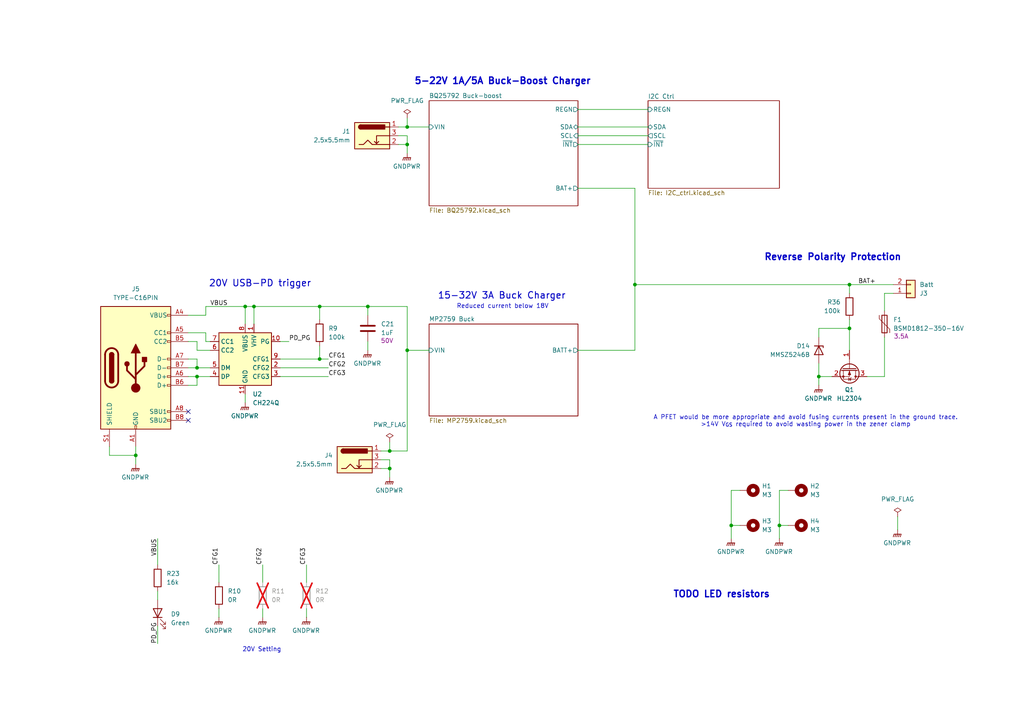
<source format=kicad_sch>
(kicad_sch (version 20250114) (generator "eeschema") (generator_version "9.0")
  (paper "A4")
  (title_block (title "BQ25792 Test Board") (rev "1.0"))
  (lib_symbols
    (symbol "Connector:Barrel_Jack_Switch" (pin_names (hide yes))
      (property "Reference" "J" (at 0 5.334 0))
      (property "Value" "Barrel_Jack_Switch" (at 0 -5.08 0))
      (symbol "Barrel_Jack_Switch_0_1"
        (rectangle (start -5.08 3.81) (end 5.08 -3.81) (stroke (width 0.254)) (fill (type background)))
        (polyline (pts (xy -3.81 -2.54) (xy -2.54 -2.54) (xy -1.27 -1.27) (xy 0 -2.54) (xy 2.54 -2.54) (xy 5.08 -2.54)) (stroke (width 0.254)))
        (arc (start -3.302 1.905) (mid -3.9343 2.54) (end -3.302 3.175) (stroke (width 0.254)))
        (arc (start -3.302 1.905) (mid -3.9343 2.54) (end -3.302 3.175) (stroke (width 0.254)) (fill (type outline)))
        (polyline (pts (xy 1.27 -2.286) (xy 1.905 -1.651)) (stroke (width 0.254)))
        (rectangle (start 3.683 3.175) (end -3.302 1.905) (stroke (width 0.254)) (fill (type outline)))
        (polyline (pts (xy 5.08 2.54) (xy 3.81 2.54)) (stroke (width 0.254)))
        (polyline (pts (xy 5.08 0) (xy 1.27 0) (xy 1.27 -2.286) (xy 0.635 -1.651)) (stroke (width 0.254)))
      )
      (symbol "Barrel_Jack_Switch_1_1"
        (pin passive line (at 7.62 2.54 180) (length 2.54) (name "~") (number "1"))
        (pin passive line (at 7.62 0 180) (length 2.54) (name "~") (number "3"))
        (pin passive line (at 7.62 -2.54 180) (length 2.54) (name "~") (number "2"))
      )
    )
    (symbol "Connector:USB_C_Receptacle_USB2.0_16P" (pin_names (offset 1.016))
      (property "Reference" "J" (at 0 22.225 0))
      (property "Value" "USB_C_Receptacle_USB2.0_16P" (at 0 19.685 0))
      (symbol "USB_C_Receptacle_USB2.0_16P_0_0"
        (rectangle (start -0.254 -17.78) (end 0.254 -16.764))
        (rectangle (start 10.16 15.494) (end 9.144 14.986))
        (rectangle (start 10.16 10.414) (end 9.144 9.906))
        (rectangle (start 10.16 7.874) (end 9.144 7.366))
        (rectangle (start 10.16 2.794) (end 9.144 2.286))
        (rectangle (start 10.16 0.254) (end 9.144 -0.254))
        (rectangle (start 10.16 -2.286) (end 9.144 -2.794))
        (rectangle (start 10.16 -4.826) (end 9.144 -5.334))
        (rectangle (start 10.16 -12.446) (end 9.144 -12.954))
        (rectangle (start 10.16 -14.986) (end 9.144 -15.494))
      )
      (symbol "USB_C_Receptacle_USB2.0_16P_0_1"
        (rectangle (start -10.16 17.78) (end 10.16 -17.78) (stroke (width 0.254)) (fill (type background)))
        (polyline (pts (xy -8.89 -3.81) (xy -8.89 3.81)) (stroke (width 0.508)))
        (rectangle (start -7.62 -3.81) (end -6.35 3.81) (stroke (width 0.254)) (fill (type outline)))
        (arc (start -7.62 3.81) (mid -6.985 4.4423) (end -6.35 3.81) (stroke (width 0.254)))
        (arc (start -7.62 3.81) (mid -6.985 4.4423) (end -6.35 3.81) (stroke (width 0.254)) (fill (type outline)))
        (arc (start -8.89 3.81) (mid -6.985 5.7067) (end -5.08 3.81) (stroke (width 0.508)))
        (arc (start -5.08 -3.81) (mid -6.985 -5.7067) (end -8.89 -3.81) (stroke (width 0.508)))
        (arc (start -6.35 -3.81) (mid -6.985 -4.4423) (end -7.62 -3.81) (stroke (width 0.254)))
        (arc (start -6.35 -3.81) (mid -6.985 -4.4423) (end -7.62 -3.81) (stroke (width 0.254)) (fill (type outline)))
        (polyline (pts (xy -5.08 3.81) (xy -5.08 -3.81)) (stroke (width 0.508)))
        (circle (center -2.54 1.143) (radius 0.635) (stroke (width 0.254)) (fill (type outline)))
        (polyline (pts (xy -1.27 4.318) (xy 0 6.858) (xy 1.27 4.318) (xy -1.27 4.318)) (stroke (width 0.254)) (fill (type outline)))
        (polyline (pts (xy 0 -2.032) (xy 2.54 0.508) (xy 2.54 1.778)) (stroke (width 0.508)))
        (polyline (pts (xy 0 -3.302) (xy -2.54 -0.762) (xy -2.54 0.508)) (stroke (width 0.508)))
        (polyline (pts (xy 0 -5.842) (xy 0 4.318)) (stroke (width 0.508)))
        (circle (center 0 -5.842) (radius 1.27) (fill (type outline)))
        (rectangle (start 1.905 1.778) (end 3.175 3.048) (stroke (width 0.254)) (fill (type outline)))
      )
      (symbol "USB_C_Receptacle_USB2.0_16P_1_1"
        (pin passive line (at -7.62 -22.86 90) (length 5.08) (name "SHIELD") (number "S1"))
        (pin passive line (at 0 -22.86 90) (length 5.08) (name "GND") (number "A1"))
        (pin passive line (at 0 -22.86 90) (length 5.08) (hide yes) (name "GND") (number "A12"))
        (pin passive line (at 0 -22.86 90) (length 5.08) (hide yes) (name "GND") (number "B1"))
        (pin passive line (at 0 -22.86 90) (length 5.08) (hide yes) (name "GND") (number "B12"))
        (pin passive line (at 15.24 15.24 180) (length 5.08) (name "VBUS") (number "A4"))
        (pin passive line (at 15.24 15.24 180) (length 5.08) (hide yes) (name "VBUS") (number "A9"))
        (pin passive line (at 15.24 15.24 180) (length 5.08) (hide yes) (name "VBUS") (number "B4"))
        (pin passive line (at 15.24 15.24 180) (length 5.08) (hide yes) (name "VBUS") (number "B9"))
        (pin bidirectional line (at 15.24 10.16 180) (length 5.08) (name "CC1") (number "A5"))
        (pin bidirectional line (at 15.24 7.62 180) (length 5.08) (name "CC2") (number "B5"))
        (pin bidirectional line (at 15.24 2.54 180) (length 5.08) (name "D-") (number "A7"))
        (pin bidirectional line (at 15.24 0 180) (length 5.08) (name "D-") (number "B7"))
        (pin bidirectional line (at 15.24 -2.54 180) (length 5.08) (name "D+") (number "A6"))
        (pin bidirectional line (at 15.24 -5.08 180) (length 5.08) (name "D+") (number "B6"))
        (pin bidirectional line (at 15.24 -12.7 180) (length 5.08) (name "SBU1") (number "A8"))
        (pin bidirectional line (at 15.24 -15.24 180) (length 5.08) (name "SBU2") (number "B8"))
      )
    )
    (symbol "Connector_Generic:Conn_01x02" (pin_names (offset 1.016) (hide yes))
      (property "Reference" "J" (at 0 2.54 0))
      (property "Value" "Conn_01x02" (at 0 -5.08 0))
      (symbol "Conn_01x02_1_1"
        (rectangle (start -1.27 1.27) (end 1.27 -3.81) (stroke (width 0.254)) (fill (type background)))
        (rectangle (start -1.27 0.127) (end 0 -0.127) (stroke (width 0.1524)))
        (rectangle (start -1.27 -2.413) (end 0 -2.667) (stroke (width 0.1524)))
        (pin passive line (at -5.08 0 0) (length 3.81) (name "Pin_1") (number "1"))
        (pin passive line (at -5.08 -2.54 0) (length 3.81) (name "Pin_2") (number "2"))
      )
    )
    (symbol "Device:C" (pin_numbers (hide yes)) (pin_names (offset 0.254))
      (property "Reference" "C" (at 0.635 2.54 0))
      (property "Value" "C" (at 0.635 -2.54 0))
      (symbol "C_0_1"
        (polyline (pts (xy -2.032 0.762) (xy 2.032 0.762)) (stroke (width 0.508)))
        (polyline (pts (xy -2.032 -0.762) (xy 2.032 -0.762)) (stroke (width 0.508)))
      )
      (symbol "C_1_1"
        (pin passive line (at 0 3.81 270) (length 2.794) (name "~") (number "1"))
        (pin passive line (at 0 -3.81 90) (length 2.794) (name "~") (number "2"))
      )
    )
    (symbol "Device:D_Zener" (pin_numbers (hide yes)) (pin_names (offset 1.016) (hide yes))
      (property "Reference" "D" (at 0 2.54 0))
      (property "Value" "D_Zener" (at 0 -2.54 0))
      (symbol "D_Zener_0_1"
        (polyline (pts (xy -1.27 -1.27) (xy -1.27 1.27) (xy -0.762 1.27)) (stroke (width 0.254)))
        (polyline (pts (xy 1.27 0) (xy -1.27 0)))
        (polyline (pts (xy 1.27 -1.27) (xy 1.27 1.27) (xy -1.27 0) (xy 1.27 -1.27)) (stroke (width 0.254)))
      )
      (symbol "D_Zener_1_1"
        (pin passive line (at -3.81 0 0) (length 2.54) (name "K") (number "1"))
        (pin passive line (at 3.81 0 180) (length 2.54) (name "A") (number "2"))
      )
    )
    (symbol "Device:LED" (pin_numbers (hide yes)) (pin_names (offset 1.016) (hide yes))
      (property "Reference" "D" (at 0 2.54 0))
      (property "Value" "LED" (at 0 -2.54 0))
      (symbol "LED_0_1"
        (polyline (pts (xy -3.048 -0.762) (xy -4.572 -2.286) (xy -3.81 -2.286) (xy -4.572 -2.286) (xy -4.572 -1.524)))
        (polyline (pts (xy -1.778 -0.762) (xy -3.302 -2.286) (xy -2.54 -2.286) (xy -3.302 -2.286) (xy -3.302 -1.524)))
        (polyline (pts (xy -1.27 0) (xy 1.27 0)))
        (polyline (pts (xy -1.27 -1.27) (xy -1.27 1.27)) (stroke (width 0.254)))
        (polyline (pts (xy 1.27 -1.27) (xy 1.27 1.27) (xy -1.27 0) (xy 1.27 -1.27)) (stroke (width 0.254)))
      )
      (symbol "LED_1_1"
        (pin passive line (at -3.81 0 0) (length 2.54) (name "K") (number "1"))
        (pin passive line (at 3.81 0 180) (length 2.54) (name "A") (number "2"))
      )
    )
    (symbol "Device:Polyfuse" (pin_numbers (hide yes)) (pin_names (offset 0))
      (property "Reference" "F" (at -2.54 0 90))
      (property "Value" "Polyfuse" (at 2.54 0 90))
      (symbol "Polyfuse_0_1"
        (polyline (pts (xy -1.524 2.54) (xy -1.524 1.524) (xy 1.524 -1.524) (xy 1.524 -2.54)))
        (rectangle (start -0.762 2.54) (end 0.762 -2.54) (stroke (width 0.254)))
        (polyline (pts (xy 0 2.54) (xy 0 -2.54)))
      )
      (symbol "Polyfuse_1_1"
        (pin passive line (at 0 3.81 270) (length 1.27) (name "~") (number "1"))
        (pin passive line (at 0 -3.81 90) (length 1.27) (name "~") (number "2"))
      )
    )
    (symbol "Device:R" (pin_numbers (hide yes)) (pin_names (offset 0))
      (property "Reference" "R" (at 2.032 0 90))
      (property "Value" "R" (at 0 0 90))
      (symbol "R_0_1"
        (rectangle (start -1.016 -2.54) (end 1.016 2.54) (stroke (width 0.254)))
      )
      (symbol "R_1_1"
        (pin passive line (at 0 3.81 270) (length 1.27) (name "~") (number "1"))
        (pin passive line (at 0 -3.81 90) (length 1.27) (name "~") (number "2"))
      )
    )
    (symbol "Mechanical:MountingHole_Pad" (pin_numbers (hide yes)) (pin_names (offset 1.016) (hide yes)) (in_bom no)
      (property "Reference" "H" (at 0 6.35 0))
      (property "Value" "MountingHole_Pad" (at 0 4.445 0))
      (symbol "MountingHole_Pad_0_1"
        (circle (center 0 1.27) (radius 1.27) (stroke (width 1.27)))
      )
      (symbol "MountingHole_Pad_1_1"
        (pin input line (at 0 -2.54 90) (length 2.54) (name "1") (number "1"))
      )
    )
    (symbol "Transistor_FET_Other:Q_NMOS_Depletion_GSD" (pin_names (offset 0) (hide yes))
      (property "Reference" "Q" (at 5.08 1.905 0))
      (property "Value" "Q_NMOS_Depletion_GSD" (at 5.08 0 0))
      (symbol "Q_NMOS_Depletion_GSD_0_1"
        (polyline (pts (xy 0.254 1.905) (xy 0.254 -1.905)) (stroke (width 0.254)))
        (polyline (pts (xy 0.254 0) (xy -2.54 0)))
        (polyline (pts (xy 0.762 2.286) (xy 0.762 -2.286)) (stroke (width 0.254)))
        (polyline (pts (xy 0.762 -1.778) (xy 3.302 -1.778) (xy 3.302 1.778) (xy 0.762 1.778)))
        (polyline (pts (xy 1.016 0) (xy 2.032 0.381) (xy 2.032 -0.381) (xy 1.016 0)) (fill (type outline)))
        (circle (center 1.651 0) (radius 2.794) (stroke (width 0.254)))
        (polyline (pts (xy 2.54 2.54) (xy 2.54 1.778)))
        (circle (center 2.54 1.778) (radius 0.254) (fill (type outline)))
        (circle (center 2.54 -1.778) (radius 0.254) (fill (type outline)))
        (polyline (pts (xy 2.54 -2.54) (xy 2.54 0) (xy 0.762 0)))
        (polyline (pts (xy 2.794 0.508) (xy 2.921 0.381) (xy 3.683 0.381) (xy 3.81 0.254)))
        (polyline (pts (xy 3.302 0.381) (xy 2.921 -0.254) (xy 3.683 -0.254) (xy 3.302 0.381)))
      )
      (symbol "Q_NMOS_Depletion_GSD_1_1"
        (pin input line (at -5.08 0 0) (length 2.54) (name "G") (number "1"))
        (pin passive line (at 2.54 5.08 270) (length 2.54) (name "D") (number "3"))
        (pin passive line (at 2.54 -5.08 90) (length 2.54) (name "S") (number "2"))
      )
    )
    (symbol "batt-protection:CH224Q"
      (property "Reference" "U" (at -7.874 -8.89 0))
      (property "Value" "CH224Q" (at 3.048 -8.89 0))
      (symbol "CH224Q_1_1"
        (rectangle (start -7.62 7.62) (end 7.62 -7.62) (stroke (width 0.254)) (fill (type background)))
        (pin bidirectional line (at -10.16 5.08 0) (length 2.54) (name "CC1") (number "7"))
        (pin bidirectional line (at -10.16 2.54 0) (length 2.54) (name "CC2") (number "6"))
        (pin bidirectional line (at -10.16 -2.54 0) (length 2.54) (name "DM") (number "5"))
        (pin bidirectional line (at -10.16 -5.08 0) (length 2.54) (name "DP") (number "4"))
        (pin passive line (at 0 10.16 270) (length 2.54) (name "VBUS") (number "8"))
        (pin power_in line (at 0 -10.16 90) (length 2.54) (name "GND") (number "11"))
        (pin power_in line (at 2.54 10.16 270) (length 2.54) (name "VHV") (number "1"))
        (pin open_collector line (at 10.16 5.08 180) (length 2.54) (name "PG") (number "10"))
        (pin passive line (at 10.16 0 180) (length 2.54) (name "CFG1") (number "9"))
        (pin passive line (at 10.16 -2.54 180) (length 2.54) (name "CFG2") (number "2"))
        (pin passive line (at 10.16 -5.08 180) (length 2.54) (name "CFG3") (number "3"))
      )
    )
    (symbol "power:GNDPWR" (power) (pin_numbers (hide yes)) (pin_names (offset 0) (hide yes))
      (property "Value" "GNDPWR" (at 0 -3.302 0))
      (symbol "GNDPWR_0_1"
        (polyline (pts (xy -1.016 -1.27) (xy -1.27 -2.032) (xy -1.27 -2.032)) (stroke (width 0.2032)))
        (polyline (pts (xy -0.508 -1.27) (xy -0.762 -2.032) (xy -0.762 -2.032)) (stroke (width 0.2032)))
        (polyline (pts (xy 0 -1.27) (xy 0 0)))
        (polyline (pts (xy 0 -1.27) (xy -0.254 -2.032) (xy -0.254 -2.032)) (stroke (width 0.2032)))
        (polyline (pts (xy 0.508 -1.27) (xy 0.254 -2.032) (xy 0.254 -2.032)) (stroke (width 0.2032)))
        (polyline (pts (xy 1.016 -1.27) (xy -1.016 -1.27) (xy -1.016 -1.27)) (stroke (width 0.2032)))
        (polyline (pts (xy 1.016 -1.27) (xy 0.762 -2.032) (xy 0.762 -2.032) (xy 0.762 -2.032)) (stroke (width 0.2032)))
      )
      (symbol "GNDPWR_1_1"
        (pin power_in line (at 0 0 270) (length 0) (name "~") (number "1"))
      )
    )
    (symbol "power:PWR_FLAG" (power) (pin_numbers (hide yes)) (pin_names (offset 0) (hide yes))
      (property "Value" "PWR_FLAG" (at 0 3.81 0))
      (symbol "PWR_FLAG_0_0"
        (pin power_out line (at 0 0 90) (length 0) (name "pwr") (number "1"))
      )
      (symbol "PWR_FLAG_0_1"
        (polyline (pts (xy 0 0) (xy 0 1.27) (xy -1.016 1.905) (xy 0 2.54) (xy 1.016 1.905) (xy 0 1.27)))
      )
    )
  )
  (text "20V USB-PD trigger" (at 75.438 82.296 0) (effects (font (size 1.905 1.905) (thickness 0.254) (bold yes))))
  (text "TODO LED resistors" (at 209.296 172.466 0) (effects (font (size 1.905 1.905) (thickness 0.381) (bold yes))))
  (text "Reverse Polarity Protection" (at 241.554 74.676 0) (effects (font (size 1.905 1.905) (thickness 0.381) (bold yes))))
  (text "5-22V 1A/5A Buck-Boost Charger" (at 145.796 23.622 0) (effects (font (size 1.905 1.905) (thickness 0.381) (bold yes))))
  (text "A PFET would be more appropriate and avoid fusing currents present in the ground trace.\n>14V V_{GS} required to avoid wasting power in the zener clamp" (at 233.68 122.174 0) (effects (font (size 1.27 1.27))))
  (text "20V Setting" (at 75.946 188.468 0) (effects (font (size 1.27 1.27) (thickness 0.1588))))
  (text "Reduced current below 18V" (at 145.796 88.9 0) (effects (font (size 1.27 1.27))))
  (text "15-32V 3A Buck Charger" (at 145.542 85.852 0) (effects (font (size 1.905 1.905) (thickness 0.254) (bold yes))))
  (junction (at 39.37 132.08))
  (junction (at 113.03 135.89))
  (junction (at 113.03 130.81))
  (junction (at 246.38 82.55))
  (junction (at 118.11 36.83))
  (junction (at 184.15 82.55))
  (junction (at 57.15 106.68))
  (junction (at 57.15 109.22))
  (junction (at 118.11 101.6))
  (junction (at 226.06 152.4))
  (junction (at 246.38 95.25))
  (junction (at 237.49 109.22))
  (junction (at 212.09 152.4))
  (junction (at 92.71 104.14))
  (junction (at 71.12 88.9))
  (junction (at 106.68 88.9))
  (junction (at 92.71 88.9))
  (junction (at 118.11 41.91))
  (junction (at 73.66 88.9))
  (no_connect (at 54.61 119.38))
  (no_connect (at 54.61 121.92))
  (wire (pts (xy 92.71 88.9) (xy 106.68 88.9)))
  (wire (pts (xy 167.64 41.91) (xy 187.96 41.91)))
  (wire (pts (xy 241.3 109.22) (xy 237.49 109.22)))
  (wire (pts (xy 259.08 85.09) (xy 256.54 85.09)))
  (wire (pts (xy 57.15 104.14) (xy 57.15 106.68)))
  (wire (pts (xy 106.68 88.9) (xy 106.68 91.44)))
  (wire (pts (xy 115.57 39.37) (xy 118.11 39.37)))
  (wire (pts (xy 118.11 36.83) (xy 124.46 36.83)))
  (wire (pts (xy 212.09 156.21) (xy 212.09 152.4)))
  (wire (pts (xy 57.15 101.6) (xy 60.96 101.6)))
  (wire (pts (xy 259.08 82.55) (xy 246.38 82.55)))
  (wire (pts (xy 246.38 92.71) (xy 246.38 95.25)))
  (wire (pts (xy 256.54 97.79) (xy 256.54 109.22)))
  (wire (pts (xy 226.06 142.24) (xy 228.6 142.24)))
  (wire (pts (xy 92.71 88.9) (xy 92.71 92.71)))
  (wire (pts (xy 73.66 88.9) (xy 73.66 93.98)))
  (wire (pts (xy 113.03 133.35) (xy 113.03 135.89)))
  (wire (pts (xy 59.69 91.44) (xy 54.61 91.44)))
  (wire (pts (xy 73.66 88.9) (xy 92.71 88.9)))
  (wire (pts (xy 54.61 106.68) (xy 57.15 106.68)))
  (wire (pts (xy 71.12 88.9) (xy 73.66 88.9)))
  (wire (pts (xy 92.71 100.33) (xy 92.71 104.14)))
  (wire (pts (xy 45.72 156.21) (xy 45.72 163.83)))
  (wire (pts (xy 59.69 99.06) (xy 60.96 99.06)))
  (wire (pts (xy 167.64 39.37) (xy 187.96 39.37)))
  (wire (pts (xy 95.25 104.14) (xy 92.71 104.14)))
  (wire (pts (xy 167.64 36.83) (xy 187.96 36.83)))
  (wire (pts (xy 95.25 106.68) (xy 81.28 106.68)))
  (wire (pts (xy 251.46 109.22) (xy 256.54 109.22)))
  (wire (pts (xy 118.11 34.29) (xy 118.11 36.83)))
  (wire (pts (xy 212.09 152.4) (xy 212.09 142.24)))
  (wire (pts (xy 110.49 133.35) (xy 113.03 133.35)))
  (wire (pts (xy 54.61 99.06) (xy 57.15 99.06)))
  (wire (pts (xy 54.61 111.76) (xy 57.15 111.76)))
  (wire (pts (xy 106.68 99.06) (xy 106.68 101.6)))
  (wire (pts (xy 246.38 82.55) (xy 246.38 85.09)))
  (wire (pts (xy 237.49 109.22) (xy 237.49 111.76)))
  (wire (pts (xy 59.69 96.52) (xy 59.69 99.06)))
  (wire (pts (xy 118.11 39.37) (xy 118.11 41.91)))
  (wire (pts (xy 63.5 176.53) (xy 63.5 179.07)))
  (wire (pts (xy 118.11 101.6) (xy 118.11 88.9)))
  (wire (pts (xy 39.37 132.08) (xy 39.37 134.62)))
  (wire (pts (xy 110.49 130.81) (xy 113.03 130.81)))
  (wire (pts (xy 57.15 109.22) (xy 57.15 111.76)))
  (wire (pts (xy 184.15 101.6) (xy 184.15 82.55)))
  (wire (pts (xy 246.38 95.25) (xy 246.38 101.6)))
  (wire (pts (xy 45.72 186.69) (xy 45.72 181.61)))
  (wire (pts (xy 54.61 109.22) (xy 57.15 109.22)))
  (wire (pts (xy 113.03 130.81) (xy 118.11 130.81)))
  (wire (pts (xy 59.69 88.9) (xy 71.12 88.9)))
  (wire (pts (xy 57.15 109.22) (xy 60.96 109.22)))
  (wire (pts (xy 31.75 129.54) (xy 31.75 132.08)))
  (wire (pts (xy 118.11 44.45) (xy 118.11 41.91)))
  (wire (pts (xy 88.9 176.53) (xy 88.9 179.07)))
  (wire (pts (xy 115.57 36.83) (xy 118.11 36.83)))
  (wire (pts (xy 83.82 99.06) (xy 81.28 99.06)))
  (wire (pts (xy 237.49 95.25) (xy 246.38 95.25)))
  (wire (pts (xy 118.11 101.6) (xy 124.46 101.6)))
  (wire (pts (xy 212.09 152.4) (xy 214.63 152.4)))
  (wire (pts (xy 31.75 132.08) (xy 39.37 132.08)))
  (wire (pts (xy 184.15 82.55) (xy 246.38 82.55)))
  (wire (pts (xy 59.69 88.9) (xy 59.69 91.44)))
  (wire (pts (xy 260.35 149.86) (xy 260.35 153.67)))
  (wire (pts (xy 76.2 168.91) (xy 76.2 163.83)))
  (wire (pts (xy 57.15 99.06) (xy 57.15 101.6)))
  (wire (pts (xy 63.5 163.83) (xy 63.5 168.91)))
  (wire (pts (xy 167.64 54.61) (xy 184.15 54.61)))
  (wire (pts (xy 54.61 96.52) (xy 59.69 96.52)))
  (wire (pts (xy 226.06 152.4) (xy 228.6 152.4)))
  (wire (pts (xy 95.25 109.22) (xy 81.28 109.22)))
  (wire (pts (xy 71.12 88.9) (xy 71.12 93.98)))
  (wire (pts (xy 113.03 128.27) (xy 113.03 130.81)))
  (wire (pts (xy 256.54 85.09) (xy 256.54 90.17)))
  (wire (pts (xy 71.12 114.3) (xy 71.12 116.84)))
  (wire (pts (xy 212.09 142.24) (xy 214.63 142.24)))
  (wire (pts (xy 118.11 130.81) (xy 118.11 101.6)))
  (wire (pts (xy 54.61 104.14) (xy 57.15 104.14)))
  (wire (pts (xy 237.49 97.79) (xy 237.49 95.25)))
  (wire (pts (xy 45.72 171.45) (xy 45.72 173.99)))
  (wire (pts (xy 113.03 138.43) (xy 113.03 135.89)))
  (wire (pts (xy 39.37 129.54) (xy 39.37 132.08)))
  (wire (pts (xy 184.15 54.61) (xy 184.15 82.55)))
  (wire (pts (xy 92.71 104.14) (xy 81.28 104.14)))
  (wire (pts (xy 57.15 106.68) (xy 60.96 106.68)))
  (wire (pts (xy 237.49 109.22) (xy 237.49 105.41)))
  (wire (pts (xy 118.11 41.91) (xy 115.57 41.91)))
  (wire (pts (xy 106.68 88.9) (xy 118.11 88.9)))
  (wire (pts (xy 226.06 152.4) (xy 226.06 142.24)))
  (wire (pts (xy 88.9 168.91) (xy 88.9 163.83)))
  (wire (pts (xy 184.15 101.6) (xy 167.64 101.6)))
  (wire (pts (xy 226.06 156.21) (xy 226.06 152.4)))
  (wire (pts (xy 167.64 31.75) (xy 187.96 31.75)))
  (wire (pts (xy 113.03 135.89) (xy 110.49 135.89)))
  (wire (pts (xy 76.2 176.53) (xy 76.2 179.07)))
  (label "CFG3" (at 95.25 109.22 0))
  (label "CFG2" (at 76.2 163.83 90))
  (label "PD_PG" (at 83.82 99.06 0))
  (label "CFG2" (at 95.25 106.68 0))
  (label "CFG1" (at 63.5 163.83 90))
  (label "CFG1" (at 95.25 104.14 0))
  (label "CFG3" (at 88.9 163.83 90))
  (label "VBUS" (at 45.72 156.21 270) (effects (font (thickness 0.1588))))
  (label "BAT+" (at 254 82.55 180))
  (label "VBUS" (at 66.04 88.9 180))
  (label "PD_PG" (at 45.72 186.69 90))
  (symbol (lib_id "Device:D_Zener") (at 237.49 101.6 270) (unit 1)
    (property "Reference" "D14" (at 234.95 100.3299 90) (effects (justify right)))
    (property "Value" "MMSZ5246B" (at 234.95 102.8699 90) (effects (justify right)))
    (property "Footprint" "Diode_SMD:D_SOD-123" (effects (hide yes)))
    (property "Description" "Zener diode" (effects (hide yes)))
    (property "LCSC" "C19077429" (effects (hide yes)))
  )
  (symbol (lib_id "Transistor_FET_Other:Q_NMOS_Depletion_GSD") (at 246.38 106.68 270) (unit 1)
    (property "Reference" "Q1" (at 246.38 113.03 90))
    (property "Value" "HL2304" (at 246.38 115.57 90))
    (property "Footprint" "Package_TO_SOT_SMD:SOT-23" (effects (hide yes)))
    (property "Description" "Depletion-mode N-channel MOSFET gate/source/drain" (effects (hide yes)))
    (property "LCSC" "C7420346" (effects (hide yes)))
  )
  (symbol (lib_id "Device:R") (at 45.72 167.64 180) (unit 1)
    (property "Reference" "R23" (at 48.26 166.3699 0) (effects (justify right)))
    (property "Value" "16k" (at 48.26 168.9099 0) (effects (justify right)))
    (property "Footprint" "Resistor_SMD:R_0402_1005Metric" (effects (hide yes)))
  )
  (symbol (lib_id "power:PWR_FLAG") (at 260.35 149.86 0) (unit 1)
    (property "Reference" "#FLG02" (effects (hide yes)))
    (property "Value" "PWR_FLAG" (at 260.35 144.78 0))
  )
  (symbol (lib_id "Device:Polyfuse") (at 256.54 93.98 180) (unit 1)
    (property "Reference" "F1" (at 259.08 92.7099 0) (effects (justify right)))
    (property "Value" "BSMD1812-350-16V" (at 259.08 95.2499 0) (effects (justify right)))
    (property "Footprint" "Fuse:Fuse_1812_4532Metric_Pad1.30x3.40mm_HandSolder" (effects (hide yes)))
    (property "Description" "Resettable fuse, polymeric positive temperature coefficient" (effects (hide yes)))
    (property "LCSC" "C5301865" (effects (hide yes)))
    (property "Rating" "3.5A" (at 261.366 97.536 0))
  )
  (symbol (lib_id "Mechanical:MountingHole_Pad") (at 231.14 152.4 270) (unit 1) (in_bom no)
    (property "Reference" "H4" (at 234.95 151.1299 90) (effects (justify left)))
    (property "Value" "M3" (at 234.95 153.6699 90) (effects (justify left)))
    (property "Footprint" "MountingHole:MountingHole_3.2mm_M3_Pad" (effects (hide yes)))
    (property "Description" "Mounting Hole with connection" (effects (hide yes)))
  )
  (symbol (lib_id "Mechanical:MountingHole_Pad") (at 231.14 142.24 270) (unit 1) (in_bom no)
    (property "Reference" "H2" (at 234.95 140.9699 90) (effects (justify left)))
    (property "Value" "M3" (at 234.95 143.5099 90) (effects (justify left)))
    (property "Footprint" "MountingHole:MountingHole_3.2mm_M3_Pad" (effects (hide yes)))
    (property "Description" "Mounting Hole with connection" (effects (hide yes)))
  )
  (symbol (lib_id "power:GNDPWR") (at 71.12 116.84 0) (unit 1)
    (property "Reference" "#PWR037" (effects (hide yes)))
    (property "Value" "GNDPWR" (at 70.993 120.65 0))
    (property "Description" "Power symbol creates a global label with name \"GNDPWR\" , global ground" (effects (hide yes)))
  )
  (symbol (lib_id "power:GNDPWR") (at 76.2 179.07 0) (unit 1)
    (property "Reference" "#PWR035" (effects (hide yes)))
    (property "Value" "GNDPWR" (at 76.073 182.88 0))
    (property "Description" "Power symbol creates a global label with name \"GNDPWR\" , global ground" (effects (hide yes)))
  )
  (symbol (lib_id "batt-protection:CH224Q") (at 71.12 104.14 0) (unit 1)
    (property "Reference" "U2" (at 73.2633 114.3 0) (effects (justify left)))
    (property "Value" "CH224Q" (at 73.2633 116.84 0) (effects (justify left)))
    (property "Footprint" "Charger:DFN-10_2x2mm_P0.4mm" (effects (hide yes)))
    (property "Datasheet" "https://www.wch-ic.com/download/file?id=302" (effects (hide yes)))
    (property "Description" "100W USB Type-C PD3.0/2.0, BC1.2 Sink Controller, SSOP-10" (effects (hide yes)))
    (property "LCSC" "C46061833" (effects (hide yes)))
  )
  (symbol (lib_id "power:GNDPWR") (at 118.11 44.45 0) (unit 1)
    (property "Reference" "#PWR023" (effects (hide yes)))
    (property "Value" "GNDPWR" (at 117.983 48.26 0))
    (property "Description" "Power symbol creates a global label with name \"GNDPWR\" , global ground" (effects (hide yes)))
  )
  (symbol (lib_id "power:PWR_FLAG") (at 113.03 128.27 0) (unit 1)
    (property "Reference" "#FLG04" (effects (hide yes)))
    (property "Value" "PWR_FLAG" (at 113.03 123.19 0))
  )
  (symbol (lib_id "Connector:Barrel_Jack_Switch") (at 102.87 133.35 0) (unit 1)
    (property "Reference" "J4" (at 96.52 132.08 0) (effects (justify right)))
    (property "Value" "2.5x5.5mm" (at 96.52 134.62 0) (effects (justify right)))
    (property "Footprint" "Charger:DC005-2.5" (effects (hide yes)))
    (property "Datasheet" "https://datasheet.lcsc.com/lcsc/2310131122_SHOU-HAN-DC005-2-5_C7507454.pdf" (effects (hide yes)))
    (property "LCSC" "C7507454" (effects (hide yes)))
  )
  (symbol (lib_id "power:GNDPWR") (at 260.35 153.67 0) (unit 1)
    (property "Reference" "#PWR026" (effects (hide yes)))
    (property "Value" "GNDPWR" (at 260.223 157.48 0))
    (property "Description" "Power symbol creates a global label with name \"GNDPWR\" , global ground" (effects (hide yes)))
  )
  (symbol (lib_id "power:GNDPWR") (at 63.5 179.07 0) (unit 1)
    (property "Reference" "#PWR034" (effects (hide yes)))
    (property "Value" "GNDPWR" (at 63.373 182.88 0))
    (property "Description" "Power symbol creates a global label with name \"GNDPWR\" , global ground" (effects (hide yes)))
  )
  (symbol (lib_id "Device:LED") (at 45.72 177.8 90) (unit 1)
    (property "Reference" "D9" (at 49.53 178.1175 90) (effects (justify right)))
    (property "Value" "Green" (at 49.53 180.6575 90) (effects (justify right)))
    (property "Footprint" "LED_SMD:LED_0805_2012Metric" (effects (hide yes)))
    (property "Description" "Light emitting diode" (effects (hide yes)))
    (property "JLC" "C2297" (effects (hide yes)))
    (property "Sim.Pins" "1=K 2=A" (effects (hide yes)))
  )
  (symbol (lib_id "Connector_Generic:Conn_01x02") (at 264.16 85.09 0) (mirror x) (unit 1)
    (property "Reference" "J3" (at 266.7 85.09 0) (effects (justify left)))
    (property "Value" "Batt" (at 266.7 82.55 0) (effects (justify left)))
    (property "Footprint" "Connector_AMASS:AMASS_XT60-M_1x02_P7.20mm_Vertical" (effects (hide yes)))
  )
  (symbol (lib_id "Mechanical:MountingHole_Pad") (at 217.17 152.4 270) (unit 1) (in_bom no)
    (property "Reference" "H3" (at 220.98 151.1299 90) (effects (justify left)))
    (property "Value" "M3" (at 220.98 153.6699 90) (effects (justify left)))
    (property "Footprint" "MountingHole:MountingHole_3.2mm_M3_Pad" (effects (hide yes)))
    (property "Description" "Mounting Hole with connection" (effects (hide yes)))
  )
  (symbol (lib_id "Device:R") (at 88.9 172.72 180) (unit 1) (dnp yes)
    (property "Reference" "R12" (at 91.44 171.4499 0) (effects (justify right)))
    (property "Value" "0R" (at 91.44 173.9899 0) (effects (justify right)))
    (property "Footprint" "Resistor_SMD:R_0603_1608Metric" (effects (hide yes)))
    (property "Description" "Resistor" (effects (hide yes)))
  )
  (symbol (lib_id "Mechanical:MountingHole_Pad") (at 217.17 142.24 270) (unit 1) (in_bom no)
    (property "Reference" "H1" (at 220.98 140.9699 90) (effects (justify left)))
    (property "Value" "M3" (at 220.98 143.5099 90) (effects (justify left)))
    (property "Footprint" "MountingHole:MountingHole_3.2mm_M3_Pad" (effects (hide yes)))
    (property "Description" "Mounting Hole with connection" (effects (hide yes)))
  )
  (symbol (lib_id "power:GNDPWR") (at 106.68 101.6 0) (unit 1)
    (property "Reference" "#PWR038" (effects (hide yes)))
    (property "Value" "GNDPWR" (at 106.553 105.41 0))
    (property "Description" "Power symbol creates a global label with name \"GNDPWR\" , global ground" (effects (hide yes)))
  )
  (symbol (lib_id "Device:R") (at 76.2 172.72 180) (unit 1) (dnp yes)
    (property "Reference" "R11" (at 78.74 171.4499 0) (effects (justify right)))
    (property "Value" "0R" (at 78.74 173.9899 0) (effects (justify right)))
    (property "Footprint" "Resistor_SMD:R_0603_1608Metric" (effects (hide yes)))
    (property "Description" "Resistor" (effects (hide yes)))
  )
  (symbol (lib_id "Device:R") (at 92.71 96.52 180) (unit 1)
    (property "Reference" "R9" (at 95.25 95.2499 0) (effects (justify right)))
    (property "Value" "100k" (at 95.25 97.7899 0) (effects (justify right)))
    (property "Footprint" "Resistor_SMD:R_0402_1005Metric" (effects (hide yes)))
    (property "Description" "Resistor" (effects (hide yes)))
  )
  (symbol (lib_id "power:GNDPWR") (at 226.06 156.21 0) (unit 1)
    (property "Reference" "#PWR084" (effects (hide yes)))
    (property "Value" "GNDPWR" (at 225.933 160.02 0))
    (property "Description" "Power symbol creates a global label with name \"GNDPWR\" , global ground" (effects (hide yes)))
  )
  (symbol (lib_id "power:GNDPWR") (at 113.03 138.43 0) (unit 1)
    (property "Reference" "#PWR027" (effects (hide yes)))
    (property "Value" "GNDPWR" (at 112.903 142.24 0))
    (property "Description" "Power symbol creates a global label with name \"GNDPWR\" , global ground" (effects (hide yes)))
  )
  (symbol (lib_id "power:GNDPWR") (at 237.49 111.76 0) (unit 1)
    (property "Reference" "#PWR025" (effects (hide yes)))
    (property "Value" "GNDPWR" (at 237.363 115.57 0))
    (property "Description" "Power symbol creates a global label with name \"GNDPWR\" , global ground" (effects (hide yes)))
  )
  (symbol (lib_id "power:PWR_FLAG") (at 118.11 34.29 0) (unit 1)
    (property "Reference" "#FLG01" (effects (hide yes)))
    (property "Value" "PWR_FLAG" (at 118.11 29.21 0))
  )
  (symbol (lib_id "power:GNDPWR") (at 212.09 156.21 0) (unit 1)
    (property "Reference" "#PWR085" (effects (hide yes)))
    (property "Value" "GNDPWR" (at 211.963 160.02 0))
    (property "Description" "Power symbol creates a global label with name \"GNDPWR\" , global ground" (effects (hide yes)))
  )
  (symbol (lib_id "Device:C") (at 106.68 95.25 0) (unit 1)
    (property "Reference" "C21" (at 110.49 93.9799 0) (effects (justify left)))
    (property "Value" "1uF" (at 110.49 96.5199 0) (effects (justify left)))
    (property "Footprint" "Capacitor_SMD:C_0603_1608Metric" (effects (hide yes)))
    (property "Description" "Unpolarized capacitor" (effects (hide yes)))
    (property "Voltage" "50V" (at 112.268 98.806 0))
    (property "JLC" "C15849" (effects (hide yes)))
  )
  (symbol (lib_id "Device:R") (at 246.38 88.9 0) (mirror y) (unit 1)
    (property "Reference" "R36" (at 243.84 87.6299 0) (effects (justify left)))
    (property "Value" "100k" (at 243.84 90.1699 0) (effects (justify left)))
    (property "Footprint" "Resistor_SMD:R_0402_1005Metric" (effects (hide yes)))
    (property "Description" "Resistor" (effects (hide yes)))
  )
  (symbol (lib_id "Device:R") (at 63.5 172.72 180) (unit 1)
    (property "Reference" "R10" (at 66.04 171.4499 0) (effects (justify right)))
    (property "Value" "0R" (at 66.04 173.9899 0) (effects (justify right)))
    (property "Footprint" "Resistor_SMD:R_0603_1608Metric" (effects (hide yes)))
    (property "Description" "Resistor" (effects (hide yes)))
  )
  (symbol (lib_id "Connector:USB_C_Receptacle_USB2.0_16P") (at 39.37 106.68 0) (unit 1)
    (property "Reference" "J5" (at 39.37 83.82 0))
    (property "Value" "TYPE-C16PIN" (at 39.37 86.36 0))
    (property "Footprint" "Connector_USB:USB_C_Receptacle_Palconn_UTC16-G" (effects (hide yes)))
    (property "Datasheet" "https://www.usb.org/sites/default/files/documents/usb_type-c.zip" (effects (hide yes)))
    (property "Description" "USB 2.0-only 16P Type-C Receptacle connector" (effects (hide yes)))
    (property "LCSC" "C393939" (effects (hide yes)))
  )
  (symbol (lib_id "power:GNDPWR") (at 88.9 179.07 0) (unit 1)
    (property "Reference" "#PWR036" (effects (hide yes)))
    (property "Value" "GNDPWR" (at 88.773 182.88 0))
    (property "Description" "Power symbol creates a global label with name \"GNDPWR\" , global ground" (effects (hide yes)))
  )
  (symbol (lib_id "power:GNDPWR") (at 39.37 134.62 0) (unit 1)
    (property "Reference" "#PWR066" (effects (hide yes)))
    (property "Value" "GNDPWR" (at 39.243 138.43 0))
    (property "Description" "Power symbol creates a global label with name \"GNDPWR\" , global ground" (effects (hide yes)))
  )
  (symbol (lib_id "Connector:Barrel_Jack_Switch") (at 107.95 39.37 0) (unit 1)
    (property "Reference" "J1" (at 101.6 38.1 0) (effects (justify right)))
    (property "Value" "2.5x5.5mm" (at 101.6 40.64 0) (effects (justify right)))
    (property "Footprint" "Charger:DC005-2.5" (effects (hide yes)))
    (property "Datasheet" "https://datasheet.lcsc.com/lcsc/2310131122_SHOU-HAN-DC005-2-5_C7507454.pdf" (effects (hide yes)))
    (property "LCSC" "C7507454" (effects (hide yes)))
  )
  (sheet (at 187.96 29.21) (size 38.1 25.4) (stroke (width 0.1524))
    (property "Sheetname" "I2C Ctrl" (at 187.96 28.702 0) (effects (justify left bottom)))
    (property "Sheetfile" "I2C_ctrl.kicad_sch" (at 187.96 55.1946 0) (effects (justify left top)))
    (pin "SDA" bidirectional (at 187.96 36.83 180))
    (pin "SCL" output (at 187.96 39.37 180))
    (pin "~{INT}" input (at 187.96 41.91 180))
    (pin "REGN" input (at 187.96 31.75 180))
  )
  (sheet (at 124.46 93.98) (size 43.18 26.67) (stroke (width 0.1524))
    (property "Sheetname" "MP2759 Buck" (at 124.46 93.2684 0) (effects (justify left bottom)))
    (property "Sheetfile" "MP2759.kicad_sch" (at 124.46 121.2346 0) (effects (justify left top)))
    (pin "VIN" input (at 124.46 101.6 180))
    (pin "BATT+" output (at 167.64 101.6 0))
  )
  (sheet (at 124.46 29.21) (size 43.18 30.48) (stroke (width 0.1524))
    (property "Sheetname" "BQ25792 Buck-boost" (at 124.46 28.4984 0) (effects (justify left bottom)))
    (property "Sheetfile" "BQ25792.kicad_sch" (at 124.46 60.2746 0) (effects (justify left top)))
    (pin "VIN" input (at 124.46 36.83 180))
    (pin "BAT+" output (at 167.64 54.61 0))
    (pin "REGN" output (at 167.64 31.75 0))
    (pin "SDA" bidirectional (at 167.64 36.83 0))
    (pin "~{INT}" output (at 167.64 41.91 0))
    (pin "SCL" input (at 167.64 39.37 0))
  )
)
</source>
